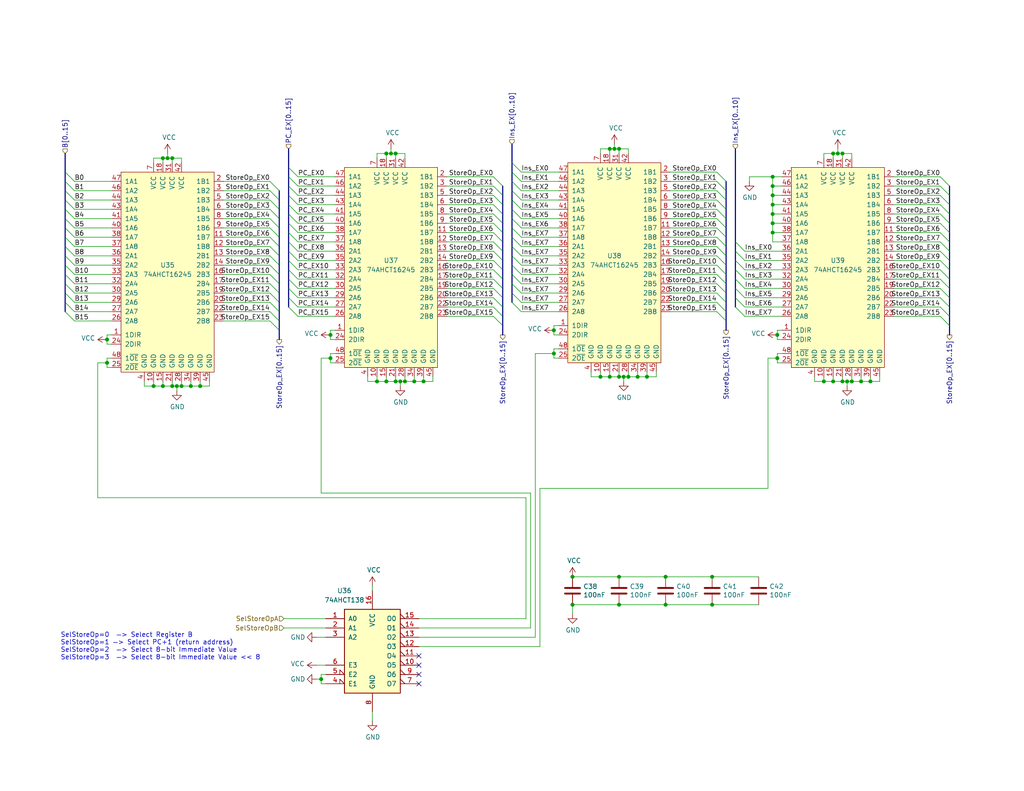
<source format=kicad_sch>
(kicad_sch (version 20211123) (generator eeschema)
  (paper "USLetter")
  (title_block (title "Select Store Operand") (date "2022-04-13") (rev "A (7ac7a3cb)") (comment 3 "the program counter value, or an eight-bit immediate value.") (comment 4 "The Store Operand can be taken from either the value on port B of the register file,"))
  (lib_symbols
    (symbol "74xx (kicad5):74AHCT16245_ab" (pin_names (offset 1.016))
      (property "Reference" "U" (at 0 1.27 0))
      (property "Value" "74AHCT16245_ab" (at 0 -1.27 0))
      (symbol "74AHCT16245_ab_0_1"
        (rectangle (start -12.7 26.67) (end 12.7 -27.94) (fill (type background)))
      )
      (symbol "74AHCT16245_ab_1_1"
        (pin input line (at -15.24 -17.78 0) (length 2.54) (name "1DIR") (number "1"))
        (pin power_in line (at -3.81 -30.48 90) (length 2.54) (name "GND") (number "10"))
        (pin tri_state line (at 15.24 8.89 180) (length 2.54) (name "1B7") (number "11"))
        (pin tri_state line (at 15.24 6.35 180) (length 2.54) (name "1B8") (number "12"))
        (pin tri_state line (at 15.24 3.81 180) (length 2.54) (name "2B1") (number "13"))
        (pin tri_state line (at 15.24 1.27 180) (length 2.54) (name "2B2") (number "14"))
        (pin power_in line (at -1.27 -30.48 90) (length 2.54) (name "GND") (number "15"))
        (pin tri_state line (at 15.24 -1.27 180) (length 2.54) (name "2B3") (number "16"))
        (pin tri_state line (at 15.24 -3.81 180) (length 2.54) (name "2B4") (number "17"))
        (pin power_in line (at -1.27 29.21 270) (length 2.54) (name "VCC") (number "18"))
        (pin tri_state line (at 15.24 -6.35 180) (length 2.54) (name "2B5") (number "19"))
        (pin tri_state line (at 15.24 24.13 180) (length 2.54) (name "1B1") (number "2"))
        (pin tri_state line (at 15.24 -8.89 180) (length 2.54) (name "2B6") (number "20"))
        (pin power_in line (at 1.27 -30.48 90) (length 2.54) (name "GND") (number "21"))
        (pin tri_state line (at 15.24 -11.43 180) (length 2.54) (name "2B7") (number "22"))
        (pin tri_state line (at 15.24 -13.97 180) (length 2.54) (name "2B8") (number "23"))
        (pin input line (at -15.24 -20.32 0) (length 2.54) (name "2DIR") (number "24"))
        (pin input line (at -15.24 -26.67 0) (length 2.54) (name "2~{OE}") (number "25"))
        (pin input line (at -15.24 -13.97 0) (length 2.54) (name "2A8") (number "26"))
        (pin input line (at -15.24 -11.43 0) (length 2.54) (name "2A7") (number "27"))
        (pin power_in line (at 3.81 -30.48 90) (length 2.54) (name "GND") (number "28"))
        (pin input line (at -15.24 -8.89 0) (length 2.54) (name "2A6") (number "29"))
        (pin tri_state line (at 15.24 21.59 180) (length 2.54) (name "1B2") (number "3"))
        (pin input line (at -15.24 -6.35 0) (length 2.54) (name "2A5") (number "30"))
        (pin power_in line (at 1.27 29.21 270) (length 2.54) (name "VCC") (number "31"))
        (pin input line (at -15.24 -3.81 0) (length 2.54) (name "2A4") (number "32"))
        (pin input line (at -15.24 -1.27 0) (length 2.54) (name "2A3") (number "33"))
        (pin power_in line (at 6.35 -30.48 90) (length 2.54) (name "GND") (number "34"))
        (pin input line (at -15.24 1.27 0) (length 2.54) (name "2A2") (number "35"))
        (pin input line (at -15.24 3.81 0) (length 2.54) (name "2A1") (number "36"))
        (pin input line (at -15.24 6.35 0) (length 2.54) (name "1A8") (number "37"))
        (pin input line (at -15.24 8.89 0) (length 2.54) (name "1A7") (number "38"))
        (pin power_in line (at 8.89 -30.48 90) (length 2.54) (name "GND") (number "39"))
        (pin power_in line (at -6.35 -30.48 90) (length 2.54) (name "GND") (number "4"))
        (pin input line (at -15.24 11.43 0) (length 2.54) (name "1A6") (number "40"))
        (pin input line (at -15.24 13.97 0) (length 2.54) (name "1A5") (number "41"))
        (pin power_in line (at 3.81 29.21 270) (length 2.54) (name "VCC") (number "42"))
        (pin input line (at -15.24 16.51 0) (length 2.54) (name "1A4") (number "43"))
        (pin input line (at -15.24 19.05 0) (length 2.54) (name "1A3") (number "44"))
        (pin power_in line (at 11.43 -30.48 90) (length 2.54) (name "GND") (number "45"))
        (pin input line (at -15.24 21.59 0) (length 2.54) (name "1A2") (number "46"))
        (pin input line (at -15.24 24.13 0) (length 2.54) (name "1A1") (number "47"))
        (pin input line (at -15.24 -24.13 0) (length 2.54) (name "1~{OE}") (number "48"))
        (pin tri_state line (at 15.24 19.05 180) (length 2.54) (name "1B3") (number "5"))
        (pin tri_state line (at 15.24 16.51 180) (length 2.54) (name "1B4") (number "6"))
        (pin power_in line (at -3.81 29.21 270) (length 2.54) (name "VCC") (number "7"))
        (pin tri_state line (at 15.24 13.97 180) (length 2.54) (name "1B5") (number "8"))
        (pin tri_state line (at 15.24 11.43 180) (length 2.54) (name "1B6") (number "9"))
      )
    )
    (symbol "74xx:74LS138" (pin_names (offset 1.016))
      (property "Reference" "U" (at -7.62 11.43 0))
      (property "Value" "74LS138" (at -7.62 -13.97 0))
      (symbol "74LS138_1_0"
        (pin input line (at -12.7 7.62 0) (length 5.08) (name "A0") (number "1"))
        (pin output output_low (at 12.7 -5.08 180) (length 5.08) (name "O5") (number "10"))
        (pin output output_low (at 12.7 -2.54 180) (length 5.08) (name "O4") (number "11"))
        (pin output output_low (at 12.7 0 180) (length 5.08) (name "O3") (number "12"))
        (pin output output_low (at 12.7 2.54 180) (length 5.08) (name "O2") (number "13"))
        (pin output output_low (at 12.7 5.08 180) (length 5.08) (name "O1") (number "14"))
        (pin output output_low (at 12.7 7.62 180) (length 5.08) (name "O0") (number "15"))
        (pin power_in line (at 0 15.24 270) (length 5.08) (name "VCC") (number "16"))
        (pin input line (at -12.7 5.08 0) (length 5.08) (name "A1") (number "2"))
        (pin input line (at -12.7 2.54 0) (length 5.08) (name "A2") (number "3"))
        (pin input input_low (at -12.7 -10.16 0) (length 5.08) (name "E1") (number "4"))
        (pin input input_low (at -12.7 -7.62 0) (length 5.08) (name "E2") (number "5"))
        (pin input line (at -12.7 -5.08 0) (length 5.08) (name "E3") (number "6"))
        (pin output output_low (at 12.7 -10.16 180) (length 5.08) (name "O7") (number "7"))
        (pin power_in line (at 0 -17.78 90) (length 5.08) (name "GND") (number "8"))
        (pin output output_low (at 12.7 -7.62 180) (length 5.08) (name "O6") (number "9"))
      )
      (symbol "74LS138_1_1"
        (rectangle (start -7.62 10.16) (end 7.62 -12.7) (stroke (width 0.254)) (fill (type background)))
      )
    )
    (symbol "Device:C" (pin_numbers hide) (pin_names (offset 0.254))
      (property "Reference" "C" (at 0.635 2.54 0))
      (property "Value" "C" (at 0.635 -2.54 0))
      (symbol "C_0_1"
        (polyline (pts (xy -2.032 -0.762) (xy 2.032 -0.762)) (stroke (width 0.508)))
        (polyline (pts (xy -2.032 0.762) (xy 2.032 0.762)) (stroke (width 0.508)))
      )
      (symbol "C_1_1"
        (pin passive line (at 0 3.81 270) (length 2.794) (name "~") (number "1"))
        (pin passive line (at 0 -3.81 90) (length 2.794) (name "~") (number "2"))
      )
    )
    (symbol "power:GND" (power) (pin_names (offset 0))
      (property "Value" "GND" (at 0 -3.81 0))
      (symbol "GND_0_1"
        (polyline (pts (xy 0 0) (xy 0 -1.27) (xy 1.27 -1.27) (xy 0 -2.54) (xy -1.27 -1.27) (xy 0 -1.27)))
      )
      (symbol "GND_1_1"
        (pin power_in line (at 0 0 270) (length 0) hide (name "GND") (number "1"))
      )
    )
    (symbol "power:VCC" (power) (pin_names (offset 0))
      (property "Value" "VCC" (at 0 3.81 0))
      (symbol "VCC_0_1"
        (polyline (pts (xy -0.762 1.27) (xy 0 2.54)))
        (polyline (pts (xy 0 0) (xy 0 2.54)))
        (polyline (pts (xy 0 2.54) (xy 0.762 1.27)))
      )
      (symbol "VCC_1_1"
        (pin power_in line (at 0 0 90) (length 0) hide (name "VCC") (number "1"))
      )
    )
  )
  (junction (at 176.53 102.87))
  (junction (at 212.09 91.44))
  (junction (at 181.61 165.1))
  (junction (at 29.21 92.71))
  (junction (at 228.6 41.91))
  (junction (at 107.95 104.14))
  (junction (at 227.33 41.91))
  (junction (at 87.63 185.42))
  (junction (at 181.61 157.48))
  (junction (at 168.91 102.87))
  (junction (at 167.64 40.64))
  (junction (at 210.82 50.8))
  (junction (at 212.09 97.79))
  (junction (at 52.07 105.41))
  (junction (at 46.99 43.18))
  (junction (at 224.79 104.14))
  (junction (at 46.99 105.41))
  (junction (at 105.41 41.91))
  (junction (at 106.68 41.91))
  (junction (at 210.82 60.96))
  (junction (at 229.87 41.91))
  (junction (at 170.18 102.87))
  (junction (at 156.21 157.48))
  (junction (at 171.45 102.87))
  (junction (at 231.14 104.14))
  (junction (at 166.37 40.64))
  (junction (at 102.87 104.14))
  (junction (at 44.45 43.18))
  (junction (at 210.82 53.34))
  (junction (at 115.57 104.14))
  (junction (at 163.83 102.87))
  (junction (at 194.31 165.1))
  (junction (at 110.49 104.14))
  (junction (at 237.49 104.14))
  (junction (at 210.82 55.88))
  (junction (at 49.53 105.41))
  (junction (at 166.37 102.87))
  (junction (at 107.95 41.91))
  (junction (at 151.13 96.52))
  (junction (at 105.41 104.14))
  (junction (at 41.91 105.41))
  (junction (at 194.31 157.48))
  (junction (at 44.45 105.41))
  (junction (at 29.21 99.06))
  (junction (at 227.33 104.14))
  (junction (at 168.91 40.64))
  (junction (at 54.61 105.41))
  (junction (at 234.95 104.14))
  (junction (at 210.82 63.5))
  (junction (at 90.17 97.79))
  (junction (at 48.26 105.41))
  (junction (at 232.41 104.14))
  (junction (at 210.82 48.26))
  (junction (at 113.03 104.14))
  (junction (at 151.13 90.17))
  (junction (at 156.21 165.1))
  (junction (at 109.22 104.14))
  (junction (at 168.91 165.1))
  (junction (at 173.99 102.87))
  (junction (at 90.17 91.44))
  (junction (at 168.91 157.48))
  (junction (at 210.82 58.42))
  (junction (at 229.87 104.14))
  (junction (at 45.72 43.18))
  (no_connect (at 114.3 181.61))
  (no_connect (at 114.3 184.15))
  (no_connect (at 114.3 186.69))
  (no_connect (at 114.3 179.07))
  (bus_entry (at 142.24 54.61) (size -2.54 -2.54))
  (bus_entry (at 203.2 73.66) (size -2.54 -2.54))
  (bus_entry (at 198.12 82.55) (size -2.54 -2.54))
  (bus_entry (at 17.78 85.09) (size 2.54 2.54))
  (bus_entry (at 81.28 55.88) (size -2.54 -2.54))
  (bus_entry (at 81.28 78.74) (size -2.54 -2.54))
  (bus_entry (at 17.78 59.69) (size 2.54 2.54))
  (bus_entry (at 259.08 55.88) (size -2.54 -2.54))
  (bus_entry (at 142.24 85.09) (size -2.54 -2.54))
  (bus_entry (at 81.28 83.82) (size -2.54 -2.54))
  (bus_entry (at 76.2 80.01) (size -2.54 -2.54))
  (bus_entry (at 203.2 78.74) (size -2.54 -2.54))
  (bus_entry (at 137.16 66.04) (size -2.54 -2.54))
  (bus_entry (at 198.12 57.15) (size -2.54 -2.54))
  (bus_entry (at 142.24 49.53) (size -2.54 -2.54))
  (bus_entry (at 76.2 54.61) (size -2.54 -2.54))
  (bus_entry (at 142.24 62.23) (size -2.54 -2.54))
  (bus_entry (at 17.78 72.39) (size 2.54 2.54))
  (bus_entry (at 198.12 62.23) (size -2.54 -2.54))
  (bus_entry (at 17.78 46.99) (size 2.54 2.54))
  (bus_entry (at 137.16 83.82) (size -2.54 -2.54))
  (bus_entry (at 203.2 71.12) (size -2.54 -2.54))
  (bus_entry (at 259.08 68.58) (size -2.54 -2.54))
  (bus_entry (at 17.78 62.23) (size 2.54 2.54))
  (bus_entry (at 76.2 64.77) (size -2.54 -2.54))
  (bus_entry (at 17.78 54.61) (size 2.54 2.54))
  (bus_entry (at 137.16 68.58) (size -2.54 -2.54))
  (bus_entry (at 259.08 66.04) (size -2.54 -2.54))
  (bus_entry (at 137.16 78.74) (size -2.54 -2.54))
  (bus_entry (at 203.2 81.28) (size -2.54 -2.54))
  (bus_entry (at 198.12 77.47) (size -2.54 -2.54))
  (bus_entry (at 198.12 87.63) (size -2.54 -2.54))
  (bus_entry (at 142.24 46.99) (size -2.54 -2.54))
  (bus_entry (at 137.16 71.12) (size -2.54 -2.54))
  (bus_entry (at 198.12 49.53) (size -2.54 -2.54))
  (bus_entry (at 17.78 77.47) (size 2.54 2.54))
  (bus_entry (at 81.28 63.5) (size -2.54 -2.54))
  (bus_entry (at 81.28 76.2) (size -2.54 -2.54))
  (bus_entry (at 17.78 69.85) (size 2.54 2.54))
  (bus_entry (at 198.12 72.39) (size -2.54 -2.54))
  (bus_entry (at 142.24 82.55) (size -2.54 -2.54))
  (bus_entry (at 198.12 69.85) (size -2.54 -2.54))
  (bus_entry (at 137.16 63.5) (size -2.54 -2.54))
  (bus_entry (at 259.08 86.36) (size -2.54 -2.54))
  (bus_entry (at 76.2 85.09) (size -2.54 -2.54))
  (bus_entry (at 142.24 59.69) (size -2.54 -2.54))
  (bus_entry (at 198.12 52.07) (size -2.54 -2.54))
  (bus_entry (at 198.12 85.09) (size -2.54 -2.54))
  (bus_entry (at 259.08 73.66) (size -2.54 -2.54))
  (bus_entry (at 259.08 78.74) (size -2.54 -2.54))
  (bus_entry (at 259.08 63.5) (size -2.54 -2.54))
  (bus_entry (at 76.2 90.17) (size -2.54 -2.54))
  (bus_entry (at 142.24 57.15) (size -2.54 -2.54))
  (bus_entry (at 259.08 58.42) (size -2.54 -2.54))
  (bus_entry (at 137.16 58.42) (size -2.54 -2.54))
  (bus_entry (at 259.08 50.8) (size -2.54 -2.54))
  (bus_entry (at 259.08 88.9) (size -2.54 -2.54))
  (bus_entry (at 17.78 52.07) (size 2.54 2.54))
  (bus_entry (at 17.78 74.93) (size 2.54 2.54))
  (bus_entry (at 198.12 59.69) (size -2.54 -2.54))
  (bus_entry (at 76.2 77.47) (size -2.54 -2.54))
  (bus_entry (at 81.28 71.12) (size -2.54 -2.54))
  (bus_entry (at 137.16 50.8) (size -2.54 -2.54))
  (bus_entry (at 137.16 76.2) (size -2.54 -2.54))
  (bus_entry (at 81.28 53.34) (size -2.54 -2.54))
  (bus_entry (at 81.28 66.04) (size -2.54 -2.54))
  (bus_entry (at 17.78 82.55) (size 2.54 2.54))
  (bus_entry (at 17.78 80.01) (size 2.54 2.54))
  (bus_entry (at 81.28 73.66) (size -2.54 -2.54))
  (bus_entry (at 17.78 64.77) (size 2.54 2.54))
  (bus_entry (at 142.24 69.85) (size -2.54 -2.54))
  (bus_entry (at 81.28 68.58) (size -2.54 -2.54))
  (bus_entry (at 81.28 48.26) (size -2.54 -2.54))
  (bus_entry (at 76.2 52.07) (size -2.54 -2.54))
  (bus_entry (at 259.08 81.28) (size -2.54 -2.54))
  (bus_entry (at 259.08 71.12) (size -2.54 -2.54))
  (bus_entry (at 203.2 76.2) (size -2.54 -2.54))
  (bus_entry (at 142.24 64.77) (size -2.54 -2.54))
  (bus_entry (at 198.12 67.31) (size -2.54 -2.54))
  (bus_entry (at 203.2 83.82) (size -2.54 -2.54))
  (bus_entry (at 76.2 82.55) (size -2.54 -2.54))
  (bus_entry (at 142.24 74.93) (size -2.54 -2.54))
  (bus_entry (at 76.2 69.85) (size -2.54 -2.54))
  (bus_entry (at 137.16 81.28) (size -2.54 -2.54))
  (bus_entry (at 81.28 58.42) (size -2.54 -2.54))
  (bus_entry (at 76.2 74.93) (size -2.54 -2.54))
  (bus_entry (at 137.16 53.34) (size -2.54 -2.54))
  (bus_entry (at 137.16 55.88) (size -2.54 -2.54))
  (bus_entry (at 137.16 73.66) (size -2.54 -2.54))
  (bus_entry (at 259.08 60.96) (size -2.54 -2.54))
  (bus_entry (at 17.78 57.15) (size 2.54 2.54))
  (bus_entry (at 76.2 59.69) (size -2.54 -2.54))
  (bus_entry (at 198.12 74.93) (size -2.54 -2.54))
  (bus_entry (at 17.78 49.53) (size 2.54 2.54))
  (bus_entry (at 203.2 86.36) (size -2.54 -2.54))
  (bus_entry (at 198.12 64.77) (size -2.54 -2.54))
  (bus_entry (at 259.08 83.82) (size -2.54 -2.54))
  (bus_entry (at 259.08 53.34) (size -2.54 -2.54))
  (bus_entry (at 203.2 68.58) (size -2.54 -2.54))
  (bus_entry (at 198.12 80.01) (size -2.54 -2.54))
  (bus_entry (at 81.28 86.36) (size -2.54 -2.54))
  (bus_entry (at 142.24 77.47) (size -2.54 -2.54))
  (bus_entry (at 142.24 72.39) (size -2.54 -2.54))
  (bus_entry (at 76.2 62.23) (size -2.54 -2.54))
  (bus_entry (at 81.28 50.8) (size -2.54 -2.54))
  (bus_entry (at 76.2 87.63) (size -2.54 -2.54))
  (bus_entry (at 142.24 52.07) (size -2.54 -2.54))
  (bus_entry (at 76.2 67.31) (size -2.54 -2.54))
  (bus_entry (at 142.24 67.31) (size -2.54 -2.54))
  (bus_entry (at 17.78 67.31) (size 2.54 2.54))
  (bus_entry (at 137.16 86.36) (size -2.54 -2.54))
  (bus_entry (at 198.12 54.61) (size -2.54 -2.54))
  (bus_entry (at 76.2 72.39) (size -2.54 -2.54))
  (bus_entry (at 259.08 76.2) (size -2.54 -2.54))
  (bus_entry (at 137.16 88.9) (size -2.54 -2.54))
  (bus_entry (at 81.28 60.96) (size -2.54 -2.54))
  (bus_entry (at 137.16 60.96) (size -2.54 -2.54))
  (bus_entry (at 142.24 80.01) (size -2.54 -2.54))
  (bus_entry (at 76.2 57.15) (size -2.54 -2.54))
  (bus_entry (at 81.28 81.28) (size -2.54 -2.54))
  (wire (pts (xy 203.2 86.36) (xy 213.36 86.36)))
  (wire (pts (xy 105.41 41.91) (xy 106.68 41.91)))
  (wire (pts (xy 134.62 58.42) (xy 121.92 58.42)))
  (wire (pts (xy 29.21 100.33) (xy 30.48 100.33)))
  (bus (pts (xy 139.7 64.77) (xy 139.7 67.31)))
  (bus (pts (xy 137.16 50.8) (xy 137.16 53.34)))
  (bus (pts (xy 139.7 69.85) (xy 139.7 72.39)))
  (wire (pts (xy 20.32 49.53) (xy 30.48 49.53)))
  (bus (pts (xy 17.78 67.31) (xy 17.78 69.85)))
  (wire (pts (xy 44.45 104.14) (xy 44.45 105.41)))
  (bus (pts (xy 259.08 78.74) (xy 259.08 81.28)))
  (bus (pts (xy 76.2 87.63) (xy 76.2 90.17)))
  (wire (pts (xy 87.63 134.62) (xy 144.78 134.62)))
  (wire (pts (xy 113.03 104.14) (xy 115.57 104.14)))
  (wire (pts (xy 109.22 104.14) (xy 110.49 104.14)))
  (wire (pts (xy 109.22 105.41) (xy 109.22 104.14)))
  (bus (pts (xy 76.2 57.15) (xy 76.2 59.69)))
  (bus (pts (xy 198.12 57.15) (xy 198.12 59.69)))
  (bus (pts (xy 259.08 58.42) (xy 259.08 60.96)))
  (wire (pts (xy 173.99 102.87) (xy 176.53 102.87)))
  (wire (pts (xy 91.44 90.17) (xy 90.17 90.17)))
  (bus (pts (xy 17.78 46.99) (xy 17.78 49.53)))
  (wire (pts (xy 134.62 78.74) (xy 121.92 78.74)))
  (wire (pts (xy 102.87 41.91) (xy 105.41 41.91)))
  (wire (pts (xy 20.32 72.39) (xy 30.48 72.39)))
  (wire (pts (xy 156.21 167.64) (xy 156.21 165.1)))
  (wire (pts (xy 90.17 97.79) (xy 90.17 99.06)))
  (wire (pts (xy 115.57 104.14) (xy 118.11 104.14)))
  (wire (pts (xy 256.54 55.88) (xy 243.84 55.88)))
  (wire (pts (xy 87.63 186.69) (xy 88.9 186.69)))
  (wire (pts (xy 134.62 73.66) (xy 121.92 73.66)))
  (wire (pts (xy 73.66 69.85) (xy 60.96 69.85)))
  (wire (pts (xy 73.66 74.93) (xy 60.96 74.93)))
  (wire (pts (xy 151.13 88.9) (xy 151.13 90.17)))
  (bus (pts (xy 17.78 64.77) (xy 17.78 67.31)))
  (bus (pts (xy 198.12 80.01) (xy 198.12 82.55)))
  (bus (pts (xy 198.12 52.07) (xy 198.12 54.61)))
  (wire (pts (xy 152.4 91.44) (xy 151.13 91.44)))
  (wire (pts (xy 142.24 67.31) (xy 152.4 67.31)))
  (bus (pts (xy 139.7 49.53) (xy 139.7 52.07)))
  (bus (pts (xy 17.78 80.01) (xy 17.78 82.55)))
  (wire (pts (xy 237.49 102.87) (xy 237.49 104.14)))
  (wire (pts (xy 73.66 57.15) (xy 60.96 57.15)))
  (wire (pts (xy 20.32 67.31) (xy 30.48 67.31)))
  (wire (pts (xy 90.17 96.52) (xy 90.17 97.79)))
  (bus (pts (xy 78.74 66.04) (xy 78.74 68.58)))
  (wire (pts (xy 88.9 184.15) (xy 87.63 184.15)))
  (bus (pts (xy 259.08 73.66) (xy 259.08 76.2)))
  (wire (pts (xy 110.49 102.87) (xy 110.49 104.14)))
  (bus (pts (xy 200.66 76.2) (xy 200.66 78.74)))
  (wire (pts (xy 29.21 99.06) (xy 29.21 100.33)))
  (wire (pts (xy 176.53 102.87) (xy 179.07 102.87)))
  (bus (pts (xy 76.2 80.01) (xy 76.2 82.55)))
  (wire (pts (xy 166.37 102.87) (xy 168.91 102.87)))
  (wire (pts (xy 210.82 50.8) (xy 210.82 48.26)))
  (wire (pts (xy 232.41 41.91) (xy 232.41 43.18)))
  (wire (pts (xy 256.54 81.28) (xy 243.84 81.28)))
  (wire (pts (xy 110.49 41.91) (xy 110.49 43.18)))
  (wire (pts (xy 173.99 101.6) (xy 173.99 102.87)))
  (wire (pts (xy 107.95 104.14) (xy 109.22 104.14)))
  (bus (pts (xy 139.7 74.93) (xy 139.7 77.47)))
  (bus (pts (xy 259.08 88.9) (xy 259.08 91.44)))
  (wire (pts (xy 146.05 96.52) (xy 146.05 173.99)))
  (bus (pts (xy 200.66 66.04) (xy 200.66 68.58)))
  (wire (pts (xy 142.24 69.85) (xy 152.4 69.85)))
  (wire (pts (xy 142.24 80.01) (xy 152.4 80.01)))
  (wire (pts (xy 195.58 59.69) (xy 182.88 59.69)))
  (wire (pts (xy 29.21 91.44) (xy 29.21 92.71)))
  (wire (pts (xy 73.66 59.69) (xy 60.96 59.69)))
  (wire (pts (xy 114.3 176.53) (xy 147.32 176.53)))
  (wire (pts (xy 48.26 106.68) (xy 48.26 105.41)))
  (wire (pts (xy 195.58 69.85) (xy 182.88 69.85)))
  (wire (pts (xy 106.68 40.64) (xy 106.68 41.91)))
  (wire (pts (xy 102.87 102.87) (xy 102.87 104.14)))
  (bus (pts (xy 76.2 67.31) (xy 76.2 69.85)))
  (bus (pts (xy 78.74 58.42) (xy 78.74 60.96)))
  (wire (pts (xy 134.62 60.96) (xy 121.92 60.96)))
  (wire (pts (xy 91.44 96.52) (xy 90.17 96.52)))
  (wire (pts (xy 81.28 71.12) (xy 91.44 71.12)))
  (wire (pts (xy 142.24 64.77) (xy 152.4 64.77)))
  (bus (pts (xy 137.16 53.34) (xy 137.16 55.88)))
  (wire (pts (xy 87.63 184.15) (xy 87.63 185.42)))
  (bus (pts (xy 78.74 68.58) (xy 78.74 71.12)))
  (wire (pts (xy 20.32 57.15) (xy 30.48 57.15)))
  (wire (pts (xy 29.21 93.98) (xy 29.21 92.71)))
  (wire (pts (xy 227.33 104.14) (xy 229.87 104.14)))
  (wire (pts (xy 41.91 44.45) (xy 41.91 43.18)))
  (bus (pts (xy 137.16 73.66) (xy 137.16 76.2)))
  (wire (pts (xy 195.58 80.01) (xy 182.88 80.01)))
  (wire (pts (xy 203.2 73.66) (xy 213.36 73.66)))
  (wire (pts (xy 102.87 104.14) (xy 105.41 104.14)))
  (wire (pts (xy 222.25 102.87) (xy 222.25 104.14)))
  (wire (pts (xy 90.17 99.06) (xy 91.44 99.06)))
  (wire (pts (xy 81.28 66.04) (xy 91.44 66.04)))
  (wire (pts (xy 134.62 50.8) (xy 121.92 50.8)))
  (bus (pts (xy 17.78 72.39) (xy 17.78 74.93)))
  (wire (pts (xy 151.13 96.52) (xy 151.13 97.79)))
  (wire (pts (xy 142.24 49.53) (xy 152.4 49.53)))
  (wire (pts (xy 234.95 102.87) (xy 234.95 104.14)))
  (wire (pts (xy 142.24 74.93) (xy 152.4 74.93)))
  (bus (pts (xy 76.2 59.69) (xy 76.2 62.23)))
  (wire (pts (xy 181.61 157.48) (xy 194.31 157.48)))
  (wire (pts (xy 26.67 135.89) (xy 143.51 135.89)))
  (wire (pts (xy 100.33 102.87) (xy 100.33 104.14)))
  (wire (pts (xy 210.82 48.26) (xy 213.36 48.26)))
  (bus (pts (xy 198.12 49.53) (xy 198.12 52.07)))
  (bus (pts (xy 200.66 78.74) (xy 200.66 81.28)))
  (wire (pts (xy 115.57 102.87) (xy 115.57 104.14)))
  (wire (pts (xy 52.07 104.14) (xy 52.07 105.41)))
  (wire (pts (xy 134.62 71.12) (xy 121.92 71.12)))
  (wire (pts (xy 256.54 76.2) (xy 243.84 76.2)))
  (wire (pts (xy 224.79 41.91) (xy 227.33 41.91)))
  (wire (pts (xy 73.66 77.47) (xy 60.96 77.47)))
  (wire (pts (xy 81.28 68.58) (xy 91.44 68.58)))
  (bus (pts (xy 78.74 71.12) (xy 78.74 73.66)))
  (wire (pts (xy 168.91 40.64) (xy 168.91 41.91)))
  (wire (pts (xy 102.87 43.18) (xy 102.87 41.91)))
  (bus (pts (xy 259.08 50.8) (xy 259.08 53.34)))
  (wire (pts (xy 20.32 87.63) (xy 30.48 87.63)))
  (wire (pts (xy 81.28 50.8) (xy 91.44 50.8)))
  (wire (pts (xy 195.58 72.39) (xy 182.88 72.39)))
  (wire (pts (xy 77.47 168.91) (xy 88.9 168.91)))
  (wire (pts (xy 195.58 74.93) (xy 182.88 74.93)))
  (bus (pts (xy 76.2 64.77) (xy 76.2 67.31)))
  (wire (pts (xy 224.79 43.18) (xy 224.79 41.91)))
  (wire (pts (xy 203.2 78.74) (xy 213.36 78.74)))
  (wire (pts (xy 39.37 104.14) (xy 39.37 105.41)))
  (wire (pts (xy 105.41 104.14) (xy 107.95 104.14)))
  (wire (pts (xy 110.49 104.14) (xy 113.03 104.14)))
  (wire (pts (xy 151.13 97.79) (xy 152.4 97.79)))
  (wire (pts (xy 73.66 85.09) (xy 60.96 85.09)))
  (wire (pts (xy 142.24 77.47) (xy 152.4 77.47)))
  (bus (pts (xy 200.66 81.28) (xy 200.66 83.82)))
  (wire (pts (xy 203.2 71.12) (xy 213.36 71.12)))
  (bus (pts (xy 139.7 67.31) (xy 139.7 69.85)))
  (wire (pts (xy 212.09 99.06) (xy 213.36 99.06)))
  (wire (pts (xy 142.24 85.09) (xy 152.4 85.09)))
  (wire (pts (xy 147.32 133.35) (xy 147.32 176.53)))
  (wire (pts (xy 73.66 82.55) (xy 60.96 82.55)))
  (bus (pts (xy 137.16 58.42) (xy 137.16 60.96)))
  (bus (pts (xy 76.2 54.61) (xy 76.2 57.15)))
  (wire (pts (xy 49.53 105.41) (xy 52.07 105.41)))
  (bus (pts (xy 139.7 54.61) (xy 139.7 57.15)))
  (bus (pts (xy 259.08 81.28) (xy 259.08 83.82)))
  (wire (pts (xy 213.36 55.88) (xy 210.82 55.88)))
  (wire (pts (xy 181.61 165.1) (xy 168.91 165.1)))
  (wire (pts (xy 46.99 43.18) (xy 46.99 44.45)))
  (wire (pts (xy 73.66 64.77) (xy 60.96 64.77)))
  (wire (pts (xy 209.55 97.79) (xy 209.55 133.35)))
  (wire (pts (xy 52.07 105.41) (xy 54.61 105.41)))
  (wire (pts (xy 237.49 104.14) (xy 240.03 104.14)))
  (wire (pts (xy 171.45 102.87) (xy 173.99 102.87)))
  (bus (pts (xy 78.74 60.96) (xy 78.74 63.5)))
  (bus (pts (xy 139.7 39.37) (xy 139.7 44.45)))
  (wire (pts (xy 142.24 57.15) (xy 152.4 57.15)))
  (wire (pts (xy 212.09 96.52) (xy 212.09 97.79)))
  (wire (pts (xy 73.66 67.31) (xy 60.96 67.31)))
  (wire (pts (xy 73.66 87.63) (xy 60.96 87.63)))
  (wire (pts (xy 105.41 43.18) (xy 105.41 41.91)))
  (wire (pts (xy 234.95 104.14) (xy 237.49 104.14)))
  (wire (pts (xy 195.58 57.15) (xy 182.88 57.15)))
  (bus (pts (xy 139.7 80.01) (xy 139.7 82.55)))
  (wire (pts (xy 134.62 86.36) (xy 121.92 86.36)))
  (wire (pts (xy 195.58 52.07) (xy 182.88 52.07)))
  (bus (pts (xy 76.2 69.85) (xy 76.2 72.39)))
  (wire (pts (xy 44.45 44.45) (xy 44.45 43.18)))
  (wire (pts (xy 168.91 40.64) (xy 171.45 40.64)))
  (wire (pts (xy 195.58 67.31) (xy 182.88 67.31)))
  (wire (pts (xy 29.21 97.79) (xy 29.21 99.06)))
  (wire (pts (xy 101.6 194.31) (xy 101.6 196.85)))
  (bus (pts (xy 137.16 60.96) (xy 137.16 63.5)))
  (bus (pts (xy 139.7 57.15) (xy 139.7 59.69)))
  (wire (pts (xy 134.62 68.58) (xy 121.92 68.58)))
  (wire (pts (xy 20.32 62.23) (xy 30.48 62.23)))
  (wire (pts (xy 134.62 55.88) (xy 121.92 55.88)))
  (wire (pts (xy 195.58 49.53) (xy 182.88 49.53)))
  (wire (pts (xy 73.66 52.07) (xy 60.96 52.07)))
  (bus (pts (xy 200.66 40.64) (xy 200.66 66.04)))
  (wire (pts (xy 168.91 157.48) (xy 181.61 157.48)))
  (bus (pts (xy 139.7 52.07) (xy 139.7 54.61)))
  (bus (pts (xy 137.16 81.28) (xy 137.16 83.82)))
  (wire (pts (xy 224.79 102.87) (xy 224.79 104.14)))
  (wire (pts (xy 90.17 97.79) (xy 87.63 97.79)))
  (bus (pts (xy 17.78 52.07) (xy 17.78 54.61)))
  (wire (pts (xy 73.66 72.39) (xy 60.96 72.39)))
  (wire (pts (xy 212.09 97.79) (xy 212.09 99.06)))
  (wire (pts (xy 209.55 133.35) (xy 147.32 133.35)))
  (wire (pts (xy 87.63 185.42) (xy 87.63 186.69)))
  (wire (pts (xy 146.05 96.52) (xy 151.13 96.52)))
  (bus (pts (xy 78.74 78.74) (xy 78.74 81.28)))
  (wire (pts (xy 81.28 55.88) (xy 91.44 55.88)))
  (wire (pts (xy 156.21 157.48) (xy 168.91 157.48)))
  (wire (pts (xy 210.82 63.5) (xy 210.82 66.04)))
  (wire (pts (xy 45.72 43.18) (xy 46.99 43.18)))
  (wire (pts (xy 213.36 58.42) (xy 210.82 58.42)))
  (wire (pts (xy 203.2 76.2) (xy 213.36 76.2)))
  (wire (pts (xy 144.78 134.62) (xy 144.78 171.45)))
  (wire (pts (xy 41.91 104.14) (xy 41.91 105.41)))
  (wire (pts (xy 142.24 54.61) (xy 152.4 54.61)))
  (wire (pts (xy 168.91 101.6) (xy 168.91 102.87)))
  (bus (pts (xy 76.2 74.93) (xy 76.2 77.47)))
  (bus (pts (xy 137.16 68.58) (xy 137.16 71.12)))
  (wire (pts (xy 212.09 90.17) (xy 212.09 91.44)))
  (bus (pts (xy 259.08 60.96) (xy 259.08 63.5)))
  (bus (pts (xy 259.08 53.34) (xy 259.08 55.88)))
  (bus (pts (xy 198.12 62.23) (xy 198.12 64.77)))
  (bus (pts (xy 259.08 76.2) (xy 259.08 78.74)))
  (wire (pts (xy 195.58 54.61) (xy 182.88 54.61)))
  (wire (pts (xy 210.82 60.96) (xy 210.82 63.5)))
  (wire (pts (xy 176.53 101.6) (xy 176.53 102.87)))
  (bus (pts (xy 139.7 46.99) (xy 139.7 49.53)))
  (wire (pts (xy 210.82 58.42) (xy 210.82 60.96)))
  (bus (pts (xy 78.74 40.64) (xy 78.74 45.72)))
  (wire (pts (xy 256.54 53.34) (xy 243.84 53.34)))
  (bus (pts (xy 137.16 76.2) (xy 137.16 78.74)))
  (wire (pts (xy 210.82 58.42) (xy 210.82 55.88)))
  (wire (pts (xy 256.54 66.04) (xy 243.84 66.04)))
  (wire (pts (xy 163.83 102.87) (xy 166.37 102.87)))
  (wire (pts (xy 134.62 83.82) (xy 121.92 83.82)))
  (bus (pts (xy 200.66 68.58) (xy 200.66 71.12)))
  (wire (pts (xy 213.36 96.52) (xy 212.09 96.52)))
  (wire (pts (xy 20.32 82.55) (xy 30.48 82.55)))
  (wire (pts (xy 240.03 104.14) (xy 240.03 102.87)))
  (bus (pts (xy 198.12 54.61) (xy 198.12 57.15)))
  (wire (pts (xy 256.54 78.74) (xy 243.84 78.74)))
  (wire (pts (xy 195.58 62.23) (xy 182.88 62.23)))
  (wire (pts (xy 213.36 60.96) (xy 210.82 60.96)))
  (bus (pts (xy 137.16 88.9) (xy 137.16 91.44)))
  (wire (pts (xy 26.67 99.06) (xy 26.67 135.89)))
  (bus (pts (xy 17.78 57.15) (xy 17.78 59.69)))
  (wire (pts (xy 229.87 41.91) (xy 229.87 43.18)))
  (bus (pts (xy 78.74 76.2) (xy 78.74 78.74)))
  (wire (pts (xy 39.37 105.41) (xy 41.91 105.41)))
  (wire (pts (xy 46.99 105.41) (xy 48.26 105.41)))
  (bus (pts (xy 259.08 71.12) (xy 259.08 73.66)))
  (wire (pts (xy 73.66 80.01) (xy 60.96 80.01)))
  (wire (pts (xy 210.82 66.04) (xy 213.36 66.04)))
  (wire (pts (xy 227.33 43.18) (xy 227.33 41.91)))
  (wire (pts (xy 20.32 80.01) (xy 30.48 80.01)))
  (wire (pts (xy 163.83 40.64) (xy 166.37 40.64)))
  (wire (pts (xy 44.45 43.18) (xy 45.72 43.18)))
  (wire (pts (xy 167.64 40.64) (xy 168.91 40.64)))
  (bus (pts (xy 259.08 83.82) (xy 259.08 86.36)))
  (wire (pts (xy 142.24 82.55) (xy 152.4 82.55)))
  (bus (pts (xy 17.78 77.47) (xy 17.78 80.01)))
  (bus (pts (xy 139.7 62.23) (xy 139.7 64.77)))
  (wire (pts (xy 41.91 43.18) (xy 44.45 43.18)))
  (wire (pts (xy 229.87 41.91) (xy 232.41 41.91)))
  (wire (pts (xy 90.17 90.17) (xy 90.17 91.44)))
  (wire (pts (xy 20.32 59.69) (xy 30.48 59.69)))
  (wire (pts (xy 81.28 76.2) (xy 91.44 76.2)))
  (bus (pts (xy 137.16 66.04) (xy 137.16 68.58)))
  (wire (pts (xy 194.31 165.1) (xy 181.61 165.1)))
  (bus (pts (xy 17.78 59.69) (xy 17.78 62.23)))
  (wire (pts (xy 168.91 102.87) (xy 170.18 102.87)))
  (bus (pts (xy 78.74 53.34) (xy 78.74 55.88)))
  (bus (pts (xy 76.2 77.47) (xy 76.2 80.01)))
  (wire (pts (xy 229.87 102.87) (xy 229.87 104.14)))
  (wire (pts (xy 151.13 91.44) (xy 151.13 90.17)))
  (wire (pts (xy 231.14 104.14) (xy 232.41 104.14)))
  (wire (pts (xy 73.66 49.53) (xy 60.96 49.53)))
  (bus (pts (xy 17.78 62.23) (xy 17.78 64.77)))
  (wire (pts (xy 207.01 165.1) (xy 194.31 165.1)))
  (wire (pts (xy 142.24 62.23) (xy 152.4 62.23)))
  (wire (pts (xy 256.54 50.8) (xy 243.84 50.8)))
  (wire (pts (xy 90.17 92.71) (xy 90.17 91.44)))
  (wire (pts (xy 106.68 41.91) (xy 107.95 41.91)))
  (wire (pts (xy 118.11 104.14) (xy 118.11 102.87)))
  (wire (pts (xy 213.36 90.17) (xy 212.09 90.17)))
  (bus (pts (xy 17.78 49.53) (xy 17.78 52.07)))
  (wire (pts (xy 30.48 97.79) (xy 29.21 97.79)))
  (wire (pts (xy 57.15 105.41) (xy 57.15 104.14)))
  (wire (pts (xy 86.36 173.99) (xy 88.9 173.99)))
  (wire (pts (xy 91.44 92.71) (xy 90.17 92.71)))
  (bus (pts (xy 17.78 41.91) (xy 17.78 46.99)))
  (wire (pts (xy 81.28 73.66) (xy 91.44 73.66)))
  (wire (pts (xy 142.24 59.69) (xy 152.4 59.69)))
  (wire (pts (xy 81.28 83.82) (xy 91.44 83.82)))
  (wire (pts (xy 49.53 43.18) (xy 49.53 44.45)))
  (wire (pts (xy 44.45 105.41) (xy 46.99 105.41)))
  (bus (pts (xy 259.08 55.88) (xy 259.08 58.42)))
  (wire (pts (xy 20.32 69.85) (xy 30.48 69.85)))
  (wire (pts (xy 212.09 92.71) (xy 212.09 91.44)))
  (bus (pts (xy 198.12 87.63) (xy 198.12 90.17)))
  (wire (pts (xy 179.07 102.87) (xy 179.07 101.6)))
  (wire (pts (xy 194.31 157.48) (xy 207.01 157.48)))
  (bus (pts (xy 200.66 73.66) (xy 200.66 76.2)))
  (wire (pts (xy 195.58 46.99) (xy 182.88 46.99)))
  (bus (pts (xy 78.74 81.28) (xy 78.74 83.82)))
  (wire (pts (xy 134.62 66.04) (xy 121.92 66.04)))
  (wire (pts (xy 54.61 105.41) (xy 57.15 105.41)))
  (wire (pts (xy 168.91 165.1) (xy 156.21 165.1)))
  (wire (pts (xy 81.28 53.34) (xy 91.44 53.34)))
  (wire (pts (xy 256.54 86.36) (xy 243.84 86.36)))
  (wire (pts (xy 81.28 86.36) (xy 91.44 86.36)))
  (bus (pts (xy 76.2 62.23) (xy 76.2 64.77)))
  (wire (pts (xy 48.26 105.41) (xy 49.53 105.41)))
  (wire (pts (xy 41.91 105.41) (xy 44.45 105.41)))
  (wire (pts (xy 213.36 53.34) (xy 210.82 53.34)))
  (bus (pts (xy 139.7 59.69) (xy 139.7 62.23)))
  (wire (pts (xy 114.3 173.99) (xy 146.05 173.99)))
  (bus (pts (xy 200.66 71.12) (xy 200.66 73.66)))
  (wire (pts (xy 20.32 85.09) (xy 30.48 85.09)))
  (wire (pts (xy 107.95 41.91) (xy 107.95 43.18)))
  (bus (pts (xy 137.16 55.88) (xy 137.16 58.42)))
  (wire (pts (xy 195.58 64.77) (xy 182.88 64.77)))
  (wire (pts (xy 73.66 54.61) (xy 60.96 54.61)))
  (wire (pts (xy 170.18 104.14) (xy 170.18 102.87)))
  (wire (pts (xy 46.99 43.18) (xy 49.53 43.18)))
  (bus (pts (xy 76.2 82.55) (xy 76.2 85.09)))
  (bus (pts (xy 198.12 85.09) (xy 198.12 87.63)))
  (wire (pts (xy 161.29 101.6) (xy 161.29 102.87)))
  (wire (pts (xy 227.33 41.91) (xy 228.6 41.91)))
  (wire (pts (xy 46.99 104.14) (xy 46.99 105.41)))
  (wire (pts (xy 20.32 52.07) (xy 30.48 52.07)))
  (bus (pts (xy 78.74 55.88) (xy 78.74 58.42)))
  (wire (pts (xy 107.95 102.87) (xy 107.95 104.14)))
  (bus (pts (xy 76.2 52.07) (xy 76.2 54.61)))
  (wire (pts (xy 49.53 104.14) (xy 49.53 105.41)))
  (wire (pts (xy 100.33 104.14) (xy 102.87 104.14)))
  (wire (pts (xy 256.54 68.58) (xy 243.84 68.58)))
  (wire (pts (xy 166.37 101.6) (xy 166.37 102.87)))
  (bus (pts (xy 78.74 48.26) (xy 78.74 50.8)))
  (bus (pts (xy 259.08 63.5) (xy 259.08 66.04)))
  (bus (pts (xy 137.16 78.74) (xy 137.16 81.28)))
  (wire (pts (xy 166.37 40.64) (xy 167.64 40.64)))
  (wire (pts (xy 151.13 95.25) (xy 151.13 96.52)))
  (wire (pts (xy 101.6 160.02) (xy 101.6 161.29)))
  (wire (pts (xy 29.21 99.06) (xy 26.67 99.06)))
  (bus (pts (xy 78.74 45.72) (xy 78.74 48.26)))
  (wire (pts (xy 134.62 63.5) (xy 121.92 63.5)))
  (wire (pts (xy 256.54 60.96) (xy 243.84 60.96)))
  (wire (pts (xy 228.6 41.91) (xy 229.87 41.91)))
  (wire (pts (xy 161.29 102.87) (xy 163.83 102.87)))
  (wire (pts (xy 256.54 71.12) (xy 243.84 71.12)))
  (wire (pts (xy 30.48 93.98) (xy 29.21 93.98)))
  (wire (pts (xy 229.87 104.14) (xy 231.14 104.14)))
  (wire (pts (xy 212.09 97.79) (xy 209.55 97.79)))
  (wire (pts (xy 86.36 181.61) (xy 88.9 181.61)))
  (bus (pts (xy 137.16 71.12) (xy 137.16 73.66)))
  (bus (pts (xy 198.12 64.77) (xy 198.12 67.31)))
  (wire (pts (xy 20.32 74.93) (xy 30.48 74.93)))
  (wire (pts (xy 134.62 76.2) (xy 121.92 76.2)))
  (wire (pts (xy 195.58 82.55) (xy 182.88 82.55)))
  (wire (pts (xy 143.51 135.89) (xy 143.51 168.91)))
  (wire (pts (xy 87.63 97.79) (xy 87.63 134.62)))
  (wire (pts (xy 195.58 85.09) (xy 182.88 85.09)))
  (wire (pts (xy 167.64 39.37) (xy 167.64 40.64)))
  (bus (pts (xy 17.78 69.85) (xy 17.78 72.39)))
  (wire (pts (xy 213.36 63.5) (xy 210.82 63.5)))
  (wire (pts (xy 81.28 78.74) (xy 91.44 78.74)))
  (wire (pts (xy 170.18 102.87) (xy 171.45 102.87)))
  (wire (pts (xy 86.36 185.42) (xy 87.63 185.42)))
  (wire (pts (xy 81.28 63.5) (xy 91.44 63.5)))
  (wire (pts (xy 107.95 41.91) (xy 110.49 41.91)))
  (bus (pts (xy 259.08 86.36) (xy 259.08 88.9)))
  (wire (pts (xy 231.14 105.41) (xy 231.14 104.14)))
  (bus (pts (xy 259.08 68.58) (xy 259.08 71.12)))
  (wire (pts (xy 171.45 101.6) (xy 171.45 102.87)))
  (wire (pts (xy 81.28 58.42) (xy 91.44 58.42)))
  (bus (pts (xy 76.2 72.39) (xy 76.2 74.93)))
  (bus (pts (xy 259.08 66.04) (xy 259.08 68.58)))
  (wire (pts (xy 134.62 48.26) (xy 121.92 48.26)))
  (wire (pts (xy 213.36 92.71) (xy 212.09 92.71)))
  (wire (pts (xy 73.66 62.23) (xy 60.96 62.23)))
  (wire (pts (xy 228.6 40.64) (xy 228.6 41.91)))
  (wire (pts (xy 256.54 73.66) (xy 243.84 73.66)))
  (wire (pts (xy 142.24 46.99) (xy 152.4 46.99)))
  (bus (pts (xy 137.16 63.5) (xy 137.16 66.04)))
  (wire (pts (xy 113.03 102.87) (xy 113.03 104.14)))
  (wire (pts (xy 20.32 54.61) (xy 30.48 54.61)))
  (bus (pts (xy 198.12 69.85) (xy 198.12 72.39)))
  (bus (pts (xy 17.78 74.93) (xy 17.78 77.47)))
  (bus (pts (xy 139.7 72.39) (xy 139.7 74.93)))
  (wire (pts (xy 166.37 41.91) (xy 166.37 40.64)))
  (wire (pts (xy 142.24 72.39) (xy 152.4 72.39)))
  (bus (pts (xy 76.2 85.09) (xy 76.2 87.63)))
  (wire (pts (xy 152.4 88.9) (xy 151.13 88.9)))
  (wire (pts (xy 20.32 64.77) (xy 30.48 64.77)))
  (wire (pts (xy 227.33 102.87) (xy 227.33 104.14)))
  (wire (pts (xy 232.41 104.14) (xy 234.95 104.14)))
  (bus (pts (xy 198.12 74.93) (xy 198.12 77.47)))
  (bus (pts (xy 137.16 86.36) (xy 137.16 88.9)))
  (wire (pts (xy 256.54 48.26) (xy 243.84 48.26)))
  (wire (pts (xy 256.54 63.5) (xy 243.84 63.5)))
  (bus (pts (xy 198.12 72.39) (xy 198.12 74.93)))
  (wire (pts (xy 81.28 48.26) (xy 91.44 48.26)))
  (bus (pts (xy 78.74 63.5) (xy 78.74 66.04)))
  (bus (pts (xy 78.74 73.66) (xy 78.74 76.2)))
  (wire (pts (xy 213.36 50.8) (xy 210.82 50.8)))
  (wire (pts (xy 222.25 104.14) (xy 224.79 104.14)))
  (wire (pts (xy 142.24 52.07) (xy 152.4 52.07)))
  (wire (pts (xy 105.41 102.87) (xy 105.41 104.14)))
  (wire (pts (xy 224.79 104.14) (xy 227.33 104.14)))
  (bus (pts (xy 78.74 50.8) (xy 78.74 53.34)))
  (wire (pts (xy 210.82 55.88) (xy 210.82 53.34)))
  (bus (pts (xy 198.12 67.31) (xy 198.12 69.85)))
  (bus (pts (xy 137.16 83.82) (xy 137.16 86.36)))
  (bus (pts (xy 139.7 44.45) (xy 139.7 46.99)))
  (wire (pts (xy 77.47 171.45) (xy 88.9 171.45)))
  (wire (pts (xy 203.2 81.28) (xy 213.36 81.28)))
  (wire (pts (xy 20.32 77.47) (xy 30.48 77.47)))
  (wire (pts (xy 204.47 49.53) (xy 204.47 48.26)))
  (wire (pts (xy 195.58 77.47) (xy 182.88 77.47)))
  (wire (pts (xy 144.78 171.45) (xy 114.3 171.45)))
  (wire (pts (xy 152.4 95.25) (xy 151.13 95.25)))
  (wire (pts (xy 45.72 41.91) (xy 45.72 43.18)))
  (bus (pts (xy 198.12 82.55) (xy 198.12 85.09)))
  (wire (pts (xy 210.82 53.34) (xy 210.82 50.8)))
  (wire (pts (xy 163.83 41.91) (xy 163.83 40.64)))
  (bus (pts (xy 139.7 77.47) (xy 139.7 80.01)))
  (bus (pts (xy 17.78 82.55) (xy 17.78 85.09)))
  (wire (pts (xy 134.62 53.34) (xy 121.92 53.34)))
  (wire (pts (xy 204.47 48.26) (xy 210.82 48.26)))
  (wire (pts (xy 171.45 40.64) (xy 171.45 41.91)))
  (wire (pts (xy 163.83 101.6) (xy 163.83 102.87)))
  (wire (pts (xy 30.48 91.44) (xy 29.21 91.44)))
  (bus (pts (xy 198.12 59.69) (xy 198.12 62.23)))
  (wire (pts (xy 256.54 83.82) (xy 243.84 83.82)))
  (wire (pts (xy 203.2 68.58) (xy 213.36 68.58)))
  (bus (pts (xy 198.12 77.47) (xy 198.12 80.01)))
  (wire (pts (xy 203.2 83.82) (xy 213.36 83.82)))
  (wire (pts (xy 143.51 168.91) (xy 114.3 168.91)))
  (wire (pts (xy 232.41 102.87) (xy 232.41 104.14)))
  (wire (pts (xy 81.28 60.96) (xy 91.44 60.96)))
  (wire (pts (xy 256.54 58.42) (xy 243.84 58.42)))
  (wire (pts (xy 134.62 81.28) (xy 121.92 81.28)))
  (wire (pts (xy 54.61 104.14) (xy 54.61 105.41)))
  (wire (pts (xy 81.28 81.28) (xy 91.44 81.28)))
  (bus (pts (xy 17.78 54.61) (xy 17.78 57.15)))
  (bus (pts (xy 76.2 90.17) (xy 76.2 92.71)))
  (text "SelStoreOp=0  —> Select Register B\nSelStoreOp=1 —> Select PC+1 (return address)\nSelStoreOp=2  —> Select 8-bit Immediate Value\nSelStoreOp=3  —> Select 8-bit Immediate Value << 8" (at 16.51 180.34 0) (effects (font (size 1.27 1.27)) (justify left bottom)))
  (label "StoreOp_EX10" (at 256.54 73.66 180))
  (label "StoreOp_EX7" (at 195.58 64.77 180))
  (label "StoreOp_EX13" (at 134.62 81.28 180))
  (label "StoreOp_EX6" (at 73.66 64.77 180))
  (label "B11" (at 20.32 77.47 0))
  (label "Ins_EX3" (at 142.24 54.61 0))
  (label "B8" (at 20.32 69.85 0))
  (label "StoreOp_EX7" (at 256.54 66.04 180))
  (label "StoreOp_EX10" (at 195.58 72.39 180))
  (label "PC_EX8" (at 81.28 68.58 0))
  (label "Ins_EX6" (at 203.2 83.82 0))
  (label "StoreOp_EX11" (at 134.62 76.2 180))
  (label "PC_EX0" (at 81.28 48.26 0))
  (label "StoreOp_EX14" (at 73.66 85.09 180))
  (label "StoreOp_EX4" (at 73.66 59.69 180))
  (label "B10" (at 20.32 74.93 0))
  (label "StoreOp_EX11" (at 256.54 76.2 180))
  (label "B12" (at 20.32 80.01 0))
  (label "StoreOp_EX11" (at 73.66 77.47 180))
  (label "StoreOp_EX10" (at 73.66 74.93 180))
  (label "PC_EX10" (at 81.28 73.66 0))
  (label "StoreOp_EX15" (at 256.54 86.36 180))
  (label "B15" (at 20.32 87.63 0))
  (label "StoreOp_EX3" (at 256.54 55.88 180))
  (label "PC_EX4" (at 81.28 58.42 0))
  (label "Ins_EX7" (at 142.24 74.93 0))
  (label "StoreOp_EX5" (at 195.58 59.69 180))
  (label "StoreOp_EX6" (at 256.54 63.5 180))
  (label "StoreOp_EX4" (at 134.62 58.42 180))
  (label "B2" (at 20.32 54.61 0))
  (label "StoreOp_EX15" (at 134.62 86.36 180))
  (label "StoreOp_EX2" (at 256.54 53.34 180))
  (label "StoreOp_EX4" (at 195.58 57.15 180))
  (label "StoreOp_EX8" (at 195.58 67.31 180))
  (label "StoreOp_EX13" (at 195.58 80.01 180))
  (label "StoreOp_EX14" (at 256.54 83.82 180))
  (label "B0" (at 20.32 49.53 0))
  (label "StoreOp_EX4" (at 256.54 58.42 180))
  (label "StoreOp_EX8" (at 134.62 68.58 180))
  (label "PC_EX13" (at 81.28 81.28 0))
  (label "Ins_EX7" (at 203.2 86.36 0))
  (label "PC_EX3" (at 81.28 55.88 0))
  (label "StoreOp_EX0" (at 256.54 48.26 180))
  (label "StoreOp_EX13" (at 256.54 81.28 180))
  (label "Ins_EX7" (at 142.24 72.39 0))
  (label "Ins_EX7" (at 142.24 85.09 0))
  (label "PC_EX9" (at 81.28 71.12 0))
  (label "Ins_EX0" (at 203.2 68.58 0))
  (label "StoreOp_EX12" (at 195.58 77.47 180))
  (label "Ins_EX7" (at 142.24 64.77 0))
  (label "StoreOp_EX3" (at 73.66 57.15 180))
  (label "StoreOp_EX7" (at 134.62 66.04 180))
  (label "B3" (at 20.32 57.15 0))
  (label "StoreOp_EX2" (at 195.58 52.07 180))
  (label "Ins_EX7" (at 142.24 80.01 0))
  (label "Ins_EX1" (at 203.2 71.12 0))
  (label "StoreOp_EX6" (at 195.58 62.23 180))
  (label "PC_EX2" (at 81.28 53.34 0))
  (label "PC_EX6" (at 81.28 63.5 0))
  (label "StoreOp_EX14" (at 134.62 83.82 180))
  (label "Ins_EX1" (at 142.24 49.53 0))
  (label "Ins_EX2" (at 142.24 52.07 0))
  (label "StoreOp_EX15" (at 73.66 87.63 180))
  (label "Ins_EX7" (at 142.24 77.47 0))
  (label "Ins_EX3" (at 203.2 76.2 0))
  (label "StoreOp_EX12" (at 256.54 78.74 180))
  (label "B1" (at 20.32 52.07 0))
  (label "PC_EX5" (at 81.28 60.96 0))
  (label "StoreOp_EX12" (at 134.62 78.74 180))
  (label "PC_EX11" (at 81.28 76.2 0))
  (label "StoreOp_EX2" (at 73.66 54.61 180))
  (label "StoreOp_EX9" (at 256.54 71.12 180))
  (label "B14" (at 20.32 85.09 0))
  (label "StoreOp_EX5" (at 256.54 60.96 180))
  (label "StoreOp_EX7" (at 73.66 67.31 180))
  (label "StoreOp_EX3" (at 134.62 55.88 180))
  (label "StoreOp_EX8" (at 256.54 68.58 180))
  (label "Ins_EX7" (at 142.24 82.55 0))
  (label "StoreOp_EX11" (at 195.58 74.93 180))
  (label "StoreOp_EX3" (at 195.58 54.61 180))
  (label "StoreOp_EX5" (at 73.66 62.23 180))
  (label "Ins_EX6" (at 142.24 62.23 0))
  (label "StoreOp_EX5" (at 134.62 60.96 180))
  (label "B9" (at 20.32 72.39 0))
  (label "StoreOp_EX6" (at 134.62 63.5 180))
  (label "StoreOp_EX0" (at 195.58 46.99 180))
  (label "Ins_EX2" (at 203.2 73.66 0))
  (label "B4" (at 20.32 59.69 0))
  (label "Ins_EX7" (at 142.24 67.31 0))
  (label "B13" (at 20.32 82.55 0))
  (label "StoreOp_EX9" (at 73.66 72.39 180))
  (label "PC_EX14" (at 81.28 83.82 0))
  (label "Ins_EX4" (at 142.24 57.15 0))
  (label "StoreOp_EX1" (at 134.62 50.8 180))
  (label "Ins_EX7" (at 142.24 69.85 0))
  (label "StoreOp_EX9" (at 134.62 71.12 180))
  (label "Ins_EX5" (at 142.24 59.69 0))
  (label "B6" (at 20.32 64.77 0))
  (label "PC_EX7" (at 81.28 66.04 0))
  (label "StoreOp_EX10" (at 134.62 73.66 180))
  (label "Ins_EX0" (at 142.24 46.99 0))
  (label "StoreOp_EX1" (at 256.54 50.8 180))
  (label "PC_EX12" (at 81.28 78.74 0))
  (label "Ins_EX5" (at 203.2 81.28 0))
  (label "B5" (at 20.32 62.23 0))
  (label "StoreOp_EX0" (at 134.62 48.26 180))
  (label "StoreOp_EX13" (at 73.66 82.55 180))
  (label "StoreOp_EX14" (at 195.58 82.55 180))
  (label "StoreOp_EX2" (at 134.62 53.34 180))
  (label "StoreOp_EX8" (at 73.66 69.85 180))
  (label "PC_EX15" (at 81.28 86.36 0))
  (label "StoreOp_EX9" (at 195.58 69.85 180))
  (label "StoreOp_EX15" (at 195.58 85.09 180))
  (label "StoreOp_EX12" (at 73.66 80.01 180))
  (label "StoreOp_EX1" (at 195.58 49.53 180))
  (label "B7" (at 20.32 67.31 0))
  (label "Ins_EX4" (at 203.2 78.74 0))
  (label "StoreOp_EX1" (at 73.66 52.07 180))
  (label "StoreOp_EX0" (at 73.66 49.53 180))
  (label "PC_EX1" (at 81.28 50.8 0))
  (hierarchical_label "SelStoreOpB" (shape input) (at 77.47 171.45 180))
  (hierarchical_label "PC_EX[0..15]" (shape input) (at 78.74 40.64 90))
  (hierarchical_label "StoreOp_EX[0..15]" (shape output) (at 137.16 91.44 270))
  (hierarchical_label "StoreOp_EX[0..15]" (shape output) (at 76.2 92.71 270))
  (hierarchical_label "B[0..15]" (shape input) (at 17.78 41.91 90))
  (hierarchical_label "StoreOp_EX[0..15]" (shape output) (at 259.08 91.44 270))
  (hierarchical_label "Ins_EX[0..10]" (shape input) (at 200.66 40.64 90))
  (hierarchical_label "SelStoreOpA" (shape input) (at 77.47 168.91 180))
  (hierarchical_label "StoreOp_EX[0..15]" (shape output) (at 198.12 90.17 270))
  (hierarchical_label "Ins_EX[0..10]" (shape input) (at 139.7 39.37 90))
  (symbol (lib_id "Device:C") (at 156.21 161.29 0) (unit 1)
    (property "Reference" "C38" (at 159.131 160.1216 0) (effects (justify left)))
    (property "Value" "100nF" (at 159.131 162.433 0) (effects (justify left)))
    (property "Footprint" "Capacitor_SMD:C_0603_1608Metric_Pad1.08x0.95mm_HandSolder" (effects hide))
    (property "Mouser" "https://www.mouser.com/ProductDetail/963-EMK107B7104KAHT" (effects hide))
  )
  (symbol (lib_id "Device:C") (at 168.91 161.29 0) (unit 1)
    (property "Reference" "C39" (at 171.831 160.1216 0) (effects (justify left)))
    (property "Value" "100nF" (at 171.831 162.433 0) (effects (justify left)))
    (property "Footprint" "Capacitor_SMD:C_0603_1608Metric_Pad1.08x0.95mm_HandSolder" (effects hide))
    (property "Mouser" "https://www.mouser.com/ProductDetail/963-EMK107B7104KAHT" (effects hide))
  )
  (symbol (lib_id "power:VCC") (at 156.21 157.48 0) (unit 1)
    (property "Reference" "#PWR0252" (effects hide))
    (property "Value" "VCC" (at 156.6418 153.0858 0))
  )
  (symbol (lib_id "power:GND") (at 156.21 167.64 0) (unit 1)
    (property "Reference" "#PWR0253" (effects hide))
    (property "Value" "GND" (at 156.337 172.0342 0))
  )
  (symbol (lib_id "Device:C") (at 181.61 161.29 0) (unit 1)
    (property "Reference" "C40" (at 184.531 160.1216 0) (effects (justify left)))
    (property "Value" "100nF" (at 184.531 162.433 0) (effects (justify left)))
    (property "Footprint" "Capacitor_SMD:C_0603_1608Metric_Pad1.08x0.95mm_HandSolder" (effects hide))
    (property "Mouser" "https://www.mouser.com/ProductDetail/963-EMK107B7104KAHT" (effects hide))
  )
  (symbol (lib_id "Device:C") (at 194.31 161.29 0) (unit 1)
    (property "Reference" "C41" (at 197.231 160.1216 0) (effects (justify left)))
    (property "Value" "100nF" (at 197.231 162.433 0) (effects (justify left)))
    (property "Footprint" "Capacitor_SMD:C_0603_1608Metric_Pad1.08x0.95mm_HandSolder" (effects hide))
    (property "Mouser" "https://www.mouser.com/ProductDetail/963-EMK107B7104KAHT" (effects hide))
  )
  (symbol (lib_id "power:GND") (at 101.6 196.85 0) (unit 1)
    (property "Reference" "#PWR0248" (effects hide))
    (property "Value" "GND" (at 101.727 201.2442 0))
  )
  (symbol (lib_id "power:VCC") (at 101.6 160.02 0) (unit 1)
    (property "Reference" "#PWR0247" (effects hide))
    (property "Value" "VCC" (at 102.0318 155.6258 0))
  )
  (symbol (lib_id "74xx:74LS138") (at 101.6 176.53 0) (unit 1)
    (property "Reference" "U36" (at 93.98 161.29 0))
    (property "Value" "74AHCT138" (at 93.98 163.83 0))
    (property "Footprint" "Package_SO:TSSOP-16_4.4x5mm_P0.65mm" (effects hide))
    (property "Datasheet" "http://www.ti.com/lit/gpn/sn74LS138" (effects hide))
    (property "Mouser" "https://www.mouser.com/ProductDetail/Texas-Instruments/SN74AHCT138PWR?qs=X1HXWTtiZ0Qe%252BapR8HivMQ%3D%3D" (effects hide))
  )
  (symbol (lib_id "power:GND") (at 86.36 173.99 270) (unit 1)
    (property "Reference" "#PWR0243" (effects hide))
    (property "Value" "GND" (at 81.28 173.99 90))
  )
  (symbol (lib_id "power:GND") (at 86.36 185.42 270) (unit 1)
    (property "Reference" "#PWR0245" (effects hide))
    (property "Value" "GND" (at 81.28 185.42 90))
  )
  (symbol (lib_id "power:VCC") (at 86.36 181.61 90) (unit 1)
    (property "Reference" "#PWR0244" (effects hide))
    (property "Value" "VCC" (at 83.1342 181.229 90) (effects (justify left)))
  )
  (symbol (lib_id "Device:C") (at 207.01 161.29 0) (unit 1)
    (property "Reference" "C42" (at 209.931 160.1216 0) (effects (justify left)))
    (property "Value" "100nF" (at 209.931 162.433 0) (effects (justify left)))
    (property "Footprint" "Capacitor_SMD:C_0603_1608Metric_Pad1.08x0.95mm_HandSolder" (effects hide))
    (property "Mouser" "https://www.mouser.com/ProductDetail/963-EMK107B7104KAHT" (effects hide))
  )
  (symbol (lib_id "power:VCC") (at 45.72 41.91 0) (unit 1)
    (property "Reference" "#PWR0241" (effects hide))
    (property "Value" "VCC" (at 46.1518 37.5158 0))
  )
  (symbol (lib_id "power:GND") (at 48.26 106.68 0) (unit 1)
    (property "Reference" "#PWR0242" (effects hide))
    (property "Value" "GND" (at 48.387 111.0742 0))
  )
  (symbol (lib_id "power:VCC") (at 29.21 92.71 90) (unit 1)
    (property "Reference" "#PWR0240" (effects hide))
    (property "Value" "VCC" (at 25.9842 92.329 90) (effects (justify left)))
  )
  (symbol (lib_id "power:GND") (at 204.47 49.53 0) (unit 1)
    (property "Reference" "#PWR0256" (effects hide))
    (property "Value" "GND" (at 204.597 53.9242 0))
  )
  (symbol (lib_id "74xx (kicad5):74AHCT16245_ab") (at 45.72 73.66 0) (unit 1)
    (property "Reference" "U35" (at 45.72 72.39 0))
    (property "Value" "74AHCT16245" (at 45.72 74.93 0))
    (property "Footprint" "Package_SO:TSSOP-48_6.1x12.5mm_P0.5mm" (effects hide))
    (property "Datasheet" "https://www.ti.com/lit/ds/symlink/sn74ahct16245.pdf?HQS=dis-mous-null-mousermode-dsf-pf-null-wwe&ts=1617319205092" (effects hide))
    (property "Mouser" "https://www.mouser.com/ProductDetail/Texas-Instruments/74AHCT16245DLRG4?qs=%2Fha2pyFaduixTLlQ%252B3rIFW8KDPMe6E5CxoQ2Fc519Y9S5BWJ%252B%2FVWeIYQshP1VtN3&utm_source=octopart&utm_medium=aggregator&utm_campaign=595-74AHCT16245DLRG4&utm_content=Texas%20Instruments" (effects hide))
  )
  (symbol (lib_id "power:VCC") (at 106.68 40.64 0) (unit 1)
    (property "Reference" "#PWR0249" (effects hide))
    (property "Value" "VCC" (at 107.1118 36.2458 0))
  )
  (symbol (lib_id "power:GND") (at 109.22 105.41 0) (unit 1)
    (property "Reference" "#PWR0250" (effects hide))
    (property "Value" "GND" (at 109.347 109.8042 0))
  )
  (symbol (lib_id "power:VCC") (at 90.17 91.44 90) (unit 1)
    (property "Reference" "#PWR0246" (effects hide))
    (property "Value" "VCC" (at 86.9442 91.059 90) (effects (justify left)))
  )
  (symbol (lib_id "74xx (kicad5):74AHCT16245_ab") (at 106.68 72.39 0) (unit 1)
    (property "Reference" "U37" (at 106.68 71.12 0))
    (property "Value" "74AHCT16245" (at 106.68 73.66 0))
    (property "Footprint" "Package_SO:TSSOP-48_6.1x12.5mm_P0.5mm" (effects hide))
    (property "Datasheet" "https://www.ti.com/lit/ds/symlink/sn74ahct16245.pdf?HQS=dis-mous-null-mousermode-dsf-pf-null-wwe&ts=1617319205092" (effects hide))
    (property "Mouser" "https://www.mouser.com/ProductDetail/Texas-Instruments/74AHCT16245DLRG4?qs=%2Fha2pyFaduixTLlQ%252B3rIFW8KDPMe6E5CxoQ2Fc519Y9S5BWJ%252B%2FVWeIYQshP1VtN3&utm_source=octopart&utm_medium=aggregator&utm_campaign=595-74AHCT16245DLRG4&utm_content=Texas%20Instruments" (effects hide))
  )
  (symbol (lib_id "power:VCC") (at 167.64 39.37 0) (unit 1)
    (property "Reference" "#PWR0254" (effects hide))
    (property "Value" "VCC" (at 168.0718 34.9758 0))
  )
  (symbol (lib_id "power:GND") (at 170.18 104.14 0) (unit 1)
    (property "Reference" "#PWR0255" (effects hide))
    (property "Value" "GND" (at 170.307 108.5342 0))
  )
  (symbol (lib_id "power:VCC") (at 151.13 90.17 90) (unit 1)
    (property "Reference" "#PWR0251" (effects hide))
    (property "Value" "VCC" (at 147.9042 89.789 90) (effects (justify left)))
  )
  (symbol (lib_id "74xx (kicad5):74AHCT16245_ab") (at 167.64 71.12 0) (unit 1)
    (property "Reference" "U38" (at 167.64 69.85 0))
    (property "Value" "74AHCT16245" (at 167.64 72.39 0))
    (property "Footprint" "Package_SO:TSSOP-48_6.1x12.5mm_P0.5mm" (effects hide))
    (property "Datasheet" "https://www.ti.com/lit/ds/symlink/sn74ahct16245.pdf?HQS=dis-mous-null-mousermode-dsf-pf-null-wwe&ts=1617319205092" (effects hide))
    (property "Mouser" "https://www.mouser.com/ProductDetail/Texas-Instruments/74AHCT16245DLRG4?qs=%2Fha2pyFaduixTLlQ%252B3rIFW8KDPMe6E5CxoQ2Fc519Y9S5BWJ%252B%2FVWeIYQshP1VtN3&utm_source=octopart&utm_medium=aggregator&utm_campaign=595-74AHCT16245DLRG4&utm_content=Texas%20Instruments" (effects hide))
  )
  (symbol (lib_id "power:VCC") (at 228.6 40.64 0) (unit 1)
    (property "Reference" "#PWR0258" (effects hide))
    (property "Value" "VCC" (at 229.0318 36.2458 0))
  )
  (symbol (lib_id "power:GND") (at 231.14 105.41 0) (unit 1)
    (property "Reference" "#PWR0259" (effects hide))
    (property "Value" "GND" (at 231.267 109.8042 0))
  )
  (symbol (lib_id "power:VCC") (at 212.09 91.44 90) (unit 1)
    (property "Reference" "#PWR0257" (effects hide))
    (property "Value" "VCC" (at 208.8642 91.059 90) (effects (justify left)))
  )
  (symbol (lib_id "74xx (kicad5):74AHCT16245_ab") (at 228.6 72.39 0) (unit 1)
    (property "Reference" "U39" (at 228.6 71.12 0))
    (property "Value" "74AHCT16245" (at 228.6 73.66 0))
    (property "Footprint" "Package_SO:TSSOP-48_6.1x12.5mm_P0.5mm" (effects hide))
    (property "Datasheet" "https://www.ti.com/lit/ds/symlink/sn74ahct16245.pdf?HQS=dis-mous-null-mousermode-dsf-pf-null-wwe&ts=1617319205092" (effects hide))
    (property "Mouser" "https://www.mouser.com/ProductDetail/Texas-Instruments/74AHCT16245DLRG4?qs=%2Fha2pyFaduixTLlQ%252B3rIFW8KDPMe6E5CxoQ2Fc519Y9S5BWJ%252B%2FVWeIYQshP1VtN3&utm_source=octopart&utm_medium=aggregator&utm_campaign=595-74AHCT16245DLRG4&utm_content=Texas%20Instruments" (effects hide))
  )
)
</source>
